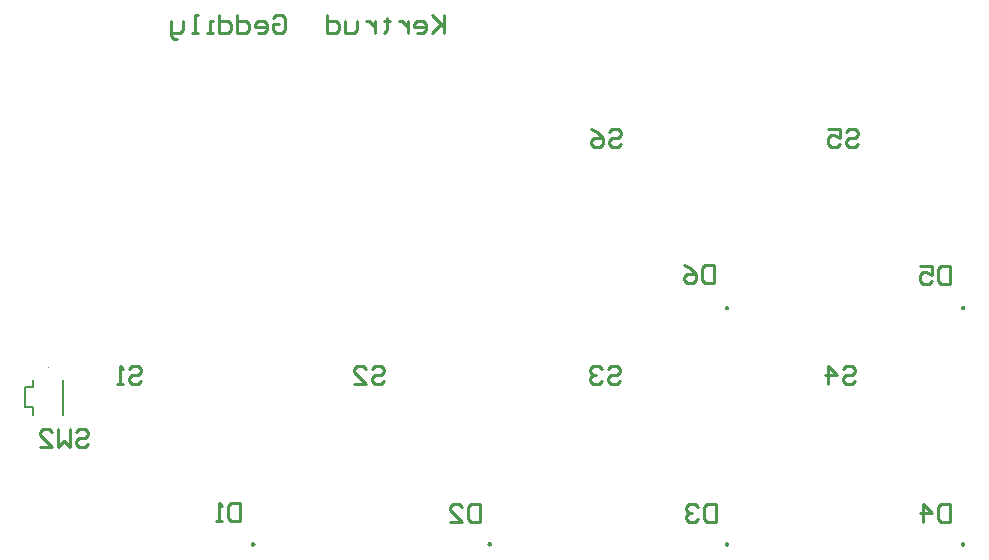
<source format=gbo>
G04*
G04 #@! TF.GenerationSoftware,Altium Limited,CircuitMaker,2.2.1 (2.2.1.6)*
G04*
G04 Layer_Color=13813960*
%FSTAX43Y43*%
%MOMM*%
G71*
G04*
G04 #@! TF.SameCoordinates,C8B466FA-36BC-4938-8632-075A3B1F3AF2*
G04*
G04*
G04 #@! TF.FilePolarity,Positive*
G04*
G01*
G75*
%ADD10C,0.254*%
%ADD14C,0.100*%
%ADD15C,0.200*%
G36*
X0084226Y0032442D02*
X0084243Y003244D01*
X0084259Y0032436D01*
X0084274Y0032431D01*
X008428Y0032429D01*
X0084286Y0032426D01*
X008429Y0032424D01*
X0084295Y0032423D01*
X0084298Y0032421D01*
X0084301Y003242D01*
X0084302Y0032419D01*
X0084303D01*
X0084319Y0032408D01*
X0084333Y0032397D01*
X0084346Y0032386D01*
X0084356Y0032374D01*
X0084364Y0032364D01*
X0084369Y0032356D01*
X0084372Y0032352D01*
X0084373Y003235D01*
X0084374Y0032349D01*
Y0032348D01*
X0084383Y0032331D01*
X0084389Y0032313D01*
X0084394Y0032297D01*
X0084397Y0032283D01*
X0084398Y0032276D01*
X0084399Y003227D01*
X0084399Y0032265D01*
Y003226D01*
X00844Y0032257D01*
Y0032254D01*
Y0032252D01*
Y0032252D01*
X0084399Y0032237D01*
X0084397Y0032223D01*
X0084394Y0032209D01*
X0084391Y0032197D01*
X0084387Y0032185D01*
X0084382Y0032173D01*
X0084377Y0032164D01*
X0084372Y0032154D01*
X0084367Y0032146D01*
X0084362Y0032138D01*
X0084357Y0032131D01*
X0084353Y0032126D01*
X0084349Y0032121D01*
X0084346Y0032119D01*
X0084345Y0032116D01*
X0084344Y0032116D01*
X0084333Y0032106D01*
X0084322Y0032097D01*
X0084311Y0032089D01*
X0084299Y0032083D01*
X0084288Y0032078D01*
X0084276Y0032074D01*
X0084265Y0032069D01*
X0084255Y0032067D01*
X0084245Y0032064D01*
X0084236Y0032062D01*
X0084228Y0032062D01*
X0084221Y003206D01*
X0084216D01*
X0084211Y003206D01*
X0084208D01*
X0084193Y003206D01*
X0084179Y0032062D01*
X0084166Y0032065D01*
X0084153Y0032069D01*
X0084141Y0032073D01*
X008413Y0032078D01*
X0084119Y0032083D01*
X008411Y0032088D01*
X0084102Y0032093D01*
X0084094Y0032098D01*
X0084087Y0032103D01*
X0084082Y0032107D01*
X0084078Y0032111D01*
X0084075Y0032114D01*
X0084073Y0032115D01*
X0084072Y0032116D01*
X0084062Y0032127D01*
X0084053Y0032138D01*
X0084046Y0032149D01*
X0084039Y0032161D01*
X0084034Y0032172D01*
X008403Y0032184D01*
X0084026Y0032194D01*
X0084023Y0032205D01*
X0084021Y0032214D01*
X0084019Y0032223D01*
X0084017Y0032232D01*
X0084017Y0032239D01*
Y0032244D01*
X0084016Y0032248D01*
Y0032251D01*
Y0032252D01*
X0084017Y003227D01*
X008402Y0032288D01*
X0084024Y0032304D01*
X0084028Y0032318D01*
X0084031Y0032325D01*
X0084033Y003233D01*
X0084035Y0032336D01*
X0084037Y003234D01*
X0084039Y0032343D01*
X008404Y0032345D01*
X0084041Y0032347D01*
Y0032347D01*
X0084052Y0032364D01*
X0084064Y0032378D01*
X0084075Y003239D01*
X0084087Y0032401D01*
X0084098Y0032408D01*
X0084102Y0032412D01*
X0084106Y0032414D01*
X0084109Y0032416D01*
X0084112Y0032417D01*
X0084113Y0032419D01*
X0084114D01*
X0084131Y0032427D01*
X0084148Y0032433D01*
X0084164Y0032438D01*
X0084178Y0032441D01*
X0084191Y0032442D01*
X0084195Y0032443D01*
X00842D01*
X0084203Y0032444D01*
X0084208D01*
X0084226Y0032442D01*
D02*
G37*
G36*
X0064126D02*
X0064143Y003244D01*
X0064159Y0032436D01*
X0064174Y0032431D01*
X006418Y0032429D01*
X0064186Y0032426D01*
X006419Y0032424D01*
X0064195Y0032423D01*
X0064198Y0032421D01*
X0064201Y003242D01*
X0064202Y0032419D01*
X0064203D01*
X0064219Y0032408D01*
X0064233Y0032397D01*
X0064246Y0032386D01*
X0064256Y0032374D01*
X0064264Y0032364D01*
X0064269Y0032356D01*
X0064272Y0032352D01*
X0064273Y003235D01*
X0064274Y0032349D01*
Y0032348D01*
X0064283Y0032331D01*
X0064289Y0032313D01*
X0064294Y0032297D01*
X0064297Y0032283D01*
X0064298Y0032276D01*
X0064299Y003227D01*
X0064299Y0032265D01*
Y003226D01*
X00643Y0032257D01*
Y0032254D01*
Y0032252D01*
Y0032252D01*
X0064299Y0032237D01*
X0064297Y0032223D01*
X0064294Y0032209D01*
X0064291Y0032197D01*
X0064287Y0032185D01*
X0064282Y0032173D01*
X0064277Y0032164D01*
X0064272Y0032154D01*
X0064267Y0032146D01*
X0064262Y0032138D01*
X0064257Y0032131D01*
X0064253Y0032126D01*
X0064249Y0032121D01*
X0064246Y0032119D01*
X0064245Y0032116D01*
X0064244Y0032116D01*
X0064233Y0032106D01*
X0064222Y0032097D01*
X0064211Y0032089D01*
X0064199Y0032083D01*
X0064188Y0032078D01*
X0064176Y0032074D01*
X0064165Y0032069D01*
X0064155Y0032067D01*
X0064145Y0032064D01*
X0064136Y0032062D01*
X0064128Y0032062D01*
X0064121Y003206D01*
X0064116D01*
X0064111Y003206D01*
X0064108D01*
X0064093Y003206D01*
X0064079Y0032062D01*
X0064066Y0032065D01*
X0064053Y0032069D01*
X0064041Y0032073D01*
X006403Y0032078D01*
X0064019Y0032083D01*
X006401Y0032088D01*
X0064002Y0032093D01*
X0063994Y0032098D01*
X0063987Y0032103D01*
X0063982Y0032107D01*
X0063978Y0032111D01*
X0063975Y0032114D01*
X0063973Y0032115D01*
X0063972Y0032116D01*
X0063962Y0032127D01*
X0063953Y0032138D01*
X0063946Y0032149D01*
X0063939Y0032161D01*
X0063934Y0032172D01*
X006393Y0032184D01*
X0063926Y0032194D01*
X0063923Y0032205D01*
X0063921Y0032214D01*
X0063919Y0032223D01*
X0063917Y0032232D01*
X0063917Y0032239D01*
Y0032244D01*
X0063916Y0032248D01*
Y0032251D01*
Y0032252D01*
X0063917Y003227D01*
X006392Y0032288D01*
X0063924Y0032304D01*
X0063928Y0032318D01*
X0063931Y0032325D01*
X0063933Y003233D01*
X0063935Y0032336D01*
X0063937Y003234D01*
X0063939Y0032343D01*
X006394Y0032345D01*
X0063942Y0032347D01*
Y0032347D01*
X0063952Y0032364D01*
X0063964Y0032378D01*
X0063975Y003239D01*
X0063987Y0032401D01*
X0063998Y0032408D01*
X0064002Y0032412D01*
X0064006Y0032414D01*
X0064009Y0032416D01*
X0064012Y0032417D01*
X0064013Y0032419D01*
X0064014D01*
X0064031Y0032427D01*
X0064048Y0032433D01*
X0064064Y0032438D01*
X0064078Y0032441D01*
X0064091Y0032442D01*
X0064095Y0032443D01*
X00641D01*
X0064103Y0032444D01*
X0064108D01*
X0064126Y0032442D01*
D02*
G37*
G36*
X0044126D02*
X0044143Y003244D01*
X0044159Y0032436D01*
X0044174Y0032431D01*
X004418Y0032429D01*
X0044186Y0032426D01*
X004419Y0032424D01*
X0044195Y0032423D01*
X0044198Y0032421D01*
X0044201Y003242D01*
X0044202Y0032419D01*
X0044203D01*
X0044219Y0032408D01*
X0044233Y0032397D01*
X0044246Y0032386D01*
X0044256Y0032374D01*
X0044264Y0032364D01*
X0044269Y0032356D01*
X0044272Y0032352D01*
X0044273Y003235D01*
X0044274Y0032349D01*
Y0032348D01*
X0044283Y0032331D01*
X0044289Y0032313D01*
X0044294Y0032297D01*
X0044297Y0032283D01*
X0044298Y0032276D01*
X0044299Y003227D01*
X0044299Y0032265D01*
Y003226D01*
X00443Y0032257D01*
Y0032254D01*
Y0032252D01*
Y0032252D01*
X0044299Y0032237D01*
X0044297Y0032223D01*
X0044294Y0032209D01*
X0044291Y0032197D01*
X0044287Y0032185D01*
X0044282Y0032173D01*
X0044277Y0032164D01*
X0044272Y0032154D01*
X0044267Y0032146D01*
X0044262Y0032138D01*
X0044257Y0032131D01*
X0044253Y0032126D01*
X0044249Y0032121D01*
X0044246Y0032119D01*
X0044245Y0032116D01*
X0044244Y0032116D01*
X0044233Y0032106D01*
X0044222Y0032097D01*
X0044211Y0032089D01*
X0044199Y0032083D01*
X0044188Y0032078D01*
X0044176Y0032074D01*
X0044165Y0032069D01*
X0044155Y0032067D01*
X0044145Y0032064D01*
X0044136Y0032062D01*
X0044128Y0032062D01*
X0044121Y003206D01*
X0044116D01*
X0044111Y003206D01*
X0044108D01*
X0044093Y003206D01*
X0044079Y0032062D01*
X0044066Y0032065D01*
X0044053Y0032069D01*
X0044041Y0032073D01*
X004403Y0032078D01*
X0044019Y0032083D01*
X004401Y0032088D01*
X0044002Y0032093D01*
X0043994Y0032098D01*
X0043987Y0032103D01*
X0043982Y0032107D01*
X0043978Y0032111D01*
X0043975Y0032114D01*
X0043973Y0032115D01*
X0043972Y0032116D01*
X0043962Y0032127D01*
X0043953Y0032138D01*
X0043946Y0032149D01*
X0043939Y0032161D01*
X0043934Y0032172D01*
X004393Y0032184D01*
X0043926Y0032194D01*
X0043923Y0032205D01*
X0043921Y0032214D01*
X0043919Y0032223D01*
X0043917Y0032232D01*
X0043917Y0032239D01*
Y0032244D01*
X0043916Y0032248D01*
Y0032251D01*
Y0032252D01*
X0043917Y003227D01*
X004392Y0032288D01*
X0043924Y0032304D01*
X0043928Y0032318D01*
X0043931Y0032325D01*
X0043933Y003233D01*
X0043935Y0032336D01*
X0043937Y003234D01*
X0043939Y0032343D01*
X004394Y0032345D01*
X0043942Y0032347D01*
Y0032347D01*
X0043952Y0032364D01*
X0043964Y0032378D01*
X0043975Y003239D01*
X0043987Y0032401D01*
X0043998Y0032408D01*
X0044002Y0032412D01*
X0044006Y0032414D01*
X0044009Y0032416D01*
X0044012Y0032417D01*
X0044013Y0032419D01*
X0044014D01*
X0044031Y0032427D01*
X0044048Y0032433D01*
X0044064Y0032438D01*
X0044078Y0032441D01*
X0044091Y0032442D01*
X0044095Y0032443D01*
X00441D01*
X0044103Y0032444D01*
X0044108D01*
X0044126Y0032442D01*
D02*
G37*
G36*
X0084226Y0052442D02*
X0084243Y005244D01*
X0084259Y0052436D01*
X0084274Y0052431D01*
X008428Y0052429D01*
X0084286Y0052426D01*
X008429Y0052424D01*
X0084295Y0052423D01*
X0084298Y0052421D01*
X0084301Y005242D01*
X0084302Y0052419D01*
X0084303D01*
X0084319Y0052408D01*
X0084333Y0052397D01*
X0084346Y0052386D01*
X0084356Y0052374D01*
X0084364Y0052364D01*
X0084369Y0052356D01*
X0084372Y0052352D01*
X0084373Y005235D01*
X0084374Y0052349D01*
Y0052348D01*
X0084383Y0052331D01*
X0084389Y0052313D01*
X0084394Y0052297D01*
X0084397Y0052283D01*
X0084398Y0052276D01*
X0084399Y005227D01*
X0084399Y0052265D01*
Y005226D01*
X00844Y0052257D01*
Y0052254D01*
Y0052252D01*
Y0052252D01*
X0084399Y0052237D01*
X0084397Y0052223D01*
X0084394Y0052209D01*
X0084391Y0052197D01*
X0084387Y0052185D01*
X0084382Y0052173D01*
X0084377Y0052164D01*
X0084372Y0052154D01*
X0084367Y0052146D01*
X0084362Y0052138D01*
X0084357Y0052131D01*
X0084353Y0052126D01*
X0084349Y0052121D01*
X0084346Y0052119D01*
X0084345Y0052116D01*
X0084344Y0052116D01*
X0084333Y0052106D01*
X0084322Y0052097D01*
X0084311Y0052089D01*
X0084299Y0052083D01*
X0084288Y0052078D01*
X0084276Y0052074D01*
X0084265Y0052069D01*
X0084255Y0052067D01*
X0084245Y0052064D01*
X0084236Y0052062D01*
X0084228Y0052062D01*
X0084221Y005206D01*
X0084216D01*
X0084211Y005206D01*
X0084208D01*
X0084193Y005206D01*
X0084179Y0052062D01*
X0084166Y0052065D01*
X0084153Y0052069D01*
X0084141Y0052073D01*
X008413Y0052078D01*
X0084119Y0052083D01*
X008411Y0052088D01*
X0084102Y0052093D01*
X0084094Y0052098D01*
X0084087Y0052103D01*
X0084082Y0052107D01*
X0084078Y0052111D01*
X0084075Y0052114D01*
X0084073Y0052115D01*
X0084072Y0052116D01*
X0084062Y0052127D01*
X0084053Y0052138D01*
X0084046Y0052149D01*
X0084039Y0052161D01*
X0084034Y0052172D01*
X008403Y0052184D01*
X0084026Y0052194D01*
X0084023Y0052205D01*
X0084021Y0052214D01*
X0084019Y0052223D01*
X0084017Y0052232D01*
X0084017Y0052239D01*
Y0052244D01*
X0084016Y0052248D01*
Y0052251D01*
Y0052252D01*
X0084017Y005227D01*
X008402Y0052288D01*
X0084024Y0052304D01*
X0084028Y0052318D01*
X0084031Y0052325D01*
X0084033Y005233D01*
X0084035Y0052336D01*
X0084037Y005234D01*
X0084039Y0052343D01*
X008404Y0052345D01*
X0084041Y0052347D01*
Y0052347D01*
X0084052Y0052364D01*
X0084064Y0052378D01*
X0084075Y005239D01*
X0084087Y0052401D01*
X0084098Y0052408D01*
X0084102Y0052412D01*
X0084106Y0052414D01*
X0084109Y0052416D01*
X0084112Y0052417D01*
X0084113Y0052419D01*
X0084114D01*
X0084131Y0052427D01*
X0084148Y0052433D01*
X0084164Y0052438D01*
X0084178Y0052441D01*
X0084191Y0052442D01*
X0084195Y0052443D01*
X00842D01*
X0084203Y0052444D01*
X0084208D01*
X0084226Y0052442D01*
D02*
G37*
G36*
X0104226D02*
X0104243Y005244D01*
X0104259Y0052436D01*
X0104274Y0052431D01*
X010428Y0052429D01*
X0104286Y0052426D01*
X010429Y0052424D01*
X0104295Y0052423D01*
X0104298Y0052421D01*
X0104301Y005242D01*
X0104302Y0052419D01*
X0104303D01*
X0104319Y0052408D01*
X0104333Y0052397D01*
X0104346Y0052386D01*
X0104356Y0052374D01*
X0104364Y0052364D01*
X0104369Y0052356D01*
X0104372Y0052352D01*
X0104373Y005235D01*
X0104374Y0052349D01*
Y0052348D01*
X0104383Y0052331D01*
X0104389Y0052313D01*
X0104394Y0052297D01*
X0104397Y0052283D01*
X0104398Y0052276D01*
X0104399Y005227D01*
X0104399Y0052265D01*
Y005226D01*
X01044Y0052257D01*
Y0052254D01*
Y0052252D01*
Y0052252D01*
X0104399Y0052237D01*
X0104397Y0052223D01*
X0104394Y0052209D01*
X0104391Y0052197D01*
X0104387Y0052185D01*
X0104382Y0052173D01*
X0104377Y0052164D01*
X0104372Y0052154D01*
X0104367Y0052146D01*
X0104362Y0052138D01*
X0104357Y0052131D01*
X0104353Y0052126D01*
X0104349Y0052121D01*
X0104346Y0052119D01*
X0104345Y0052116D01*
X0104344Y0052116D01*
X0104333Y0052106D01*
X0104322Y0052097D01*
X0104311Y0052089D01*
X0104299Y0052083D01*
X0104288Y0052078D01*
X0104276Y0052074D01*
X0104265Y0052069D01*
X0104255Y0052067D01*
X0104245Y0052064D01*
X0104236Y0052062D01*
X0104228Y0052062D01*
X0104221Y005206D01*
X0104216D01*
X0104211Y005206D01*
X0104208D01*
X0104193Y005206D01*
X0104179Y0052062D01*
X0104166Y0052065D01*
X0104153Y0052069D01*
X0104141Y0052073D01*
X010413Y0052078D01*
X0104119Y0052083D01*
X010411Y0052088D01*
X0104102Y0052093D01*
X0104094Y0052098D01*
X0104087Y0052103D01*
X0104082Y0052107D01*
X0104078Y0052111D01*
X0104075Y0052114D01*
X0104073Y0052115D01*
X0104072Y0052116D01*
X0104062Y0052127D01*
X0104053Y0052138D01*
X0104046Y0052149D01*
X0104039Y0052161D01*
X0104034Y0052172D01*
X010403Y0052184D01*
X0104026Y0052194D01*
X0104023Y0052205D01*
X0104021Y0052214D01*
X0104019Y0052223D01*
X0104017Y0052232D01*
X0104017Y0052239D01*
Y0052244D01*
X0104016Y0052248D01*
Y0052251D01*
Y0052252D01*
X0104017Y005227D01*
X010402Y0052288D01*
X0104024Y0052304D01*
X0104028Y0052318D01*
X0104031Y0052325D01*
X0104033Y005233D01*
X0104035Y0052336D01*
X0104037Y005234D01*
X0104039Y0052343D01*
X010404Y0052345D01*
X0104041Y0052347D01*
Y0052347D01*
X0104052Y0052364D01*
X0104064Y0052378D01*
X0104075Y005239D01*
X0104087Y0052401D01*
X0104098Y0052408D01*
X0104102Y0052412D01*
X0104106Y0052414D01*
X0104109Y0052416D01*
X0104112Y0052417D01*
X0104113Y0052419D01*
X0104114D01*
X0104131Y0052427D01*
X0104148Y0052433D01*
X0104164Y0052438D01*
X0104178Y0052441D01*
X0104191Y0052442D01*
X0104195Y0052443D01*
X01042D01*
X0104203Y0052444D01*
X0104208D01*
X0104226Y0052442D01*
D02*
G37*
G36*
Y0032442D02*
X0104243Y003244D01*
X0104259Y0032436D01*
X0104274Y0032431D01*
X010428Y0032429D01*
X0104286Y0032426D01*
X010429Y0032424D01*
X0104295Y0032423D01*
X0104298Y0032421D01*
X0104301Y003242D01*
X0104302Y0032419D01*
X0104303D01*
X0104319Y0032408D01*
X0104333Y0032397D01*
X0104346Y0032386D01*
X0104356Y0032374D01*
X0104364Y0032364D01*
X0104369Y0032356D01*
X0104372Y0032352D01*
X0104373Y003235D01*
X0104374Y0032349D01*
Y0032348D01*
X0104383Y0032331D01*
X0104389Y0032313D01*
X0104394Y0032297D01*
X0104397Y0032283D01*
X0104398Y0032276D01*
X0104399Y003227D01*
X0104399Y0032265D01*
Y003226D01*
X01044Y0032257D01*
Y0032254D01*
Y0032252D01*
Y0032252D01*
X0104399Y0032237D01*
X0104397Y0032223D01*
X0104394Y0032209D01*
X0104391Y0032197D01*
X0104387Y0032185D01*
X0104382Y0032173D01*
X0104377Y0032164D01*
X0104372Y0032154D01*
X0104367Y0032146D01*
X0104362Y0032138D01*
X0104357Y0032131D01*
X0104353Y0032126D01*
X0104349Y0032121D01*
X0104346Y0032119D01*
X0104345Y0032116D01*
X0104344Y0032116D01*
X0104333Y0032106D01*
X0104322Y0032097D01*
X0104311Y0032089D01*
X0104299Y0032083D01*
X0104288Y0032078D01*
X0104276Y0032074D01*
X0104265Y0032069D01*
X0104255Y0032067D01*
X0104245Y0032064D01*
X0104236Y0032062D01*
X0104228Y0032062D01*
X0104221Y003206D01*
X0104216D01*
X0104211Y003206D01*
X0104208D01*
X0104193Y003206D01*
X0104179Y0032062D01*
X0104166Y0032065D01*
X0104153Y0032069D01*
X0104141Y0032073D01*
X010413Y0032078D01*
X0104119Y0032083D01*
X010411Y0032088D01*
X0104102Y0032093D01*
X0104094Y0032098D01*
X0104087Y0032103D01*
X0104082Y0032107D01*
X0104078Y0032111D01*
X0104075Y0032114D01*
X0104073Y0032115D01*
X0104072Y0032116D01*
X0104062Y0032127D01*
X0104053Y0032138D01*
X0104046Y0032149D01*
X0104039Y0032161D01*
X0104034Y0032172D01*
X010403Y0032184D01*
X0104026Y0032194D01*
X0104023Y0032205D01*
X0104021Y0032214D01*
X0104019Y0032223D01*
X0104017Y0032232D01*
X0104017Y0032239D01*
Y0032244D01*
X0104016Y0032248D01*
Y0032251D01*
Y0032252D01*
X0104017Y003227D01*
X010402Y0032288D01*
X0104024Y0032304D01*
X0104028Y0032318D01*
X0104031Y0032325D01*
X0104033Y003233D01*
X0104035Y0032336D01*
X0104037Y003234D01*
X0104039Y0032343D01*
X010404Y0032345D01*
X0104041Y0032347D01*
Y0032347D01*
X0104052Y0032364D01*
X0104064Y0032378D01*
X0104075Y003239D01*
X0104087Y0032401D01*
X0104098Y0032408D01*
X0104102Y0032412D01*
X0104106Y0032414D01*
X0104109Y0032416D01*
X0104112Y0032417D01*
X0104113Y0032419D01*
X0104114D01*
X0104131Y0032427D01*
X0104148Y0032433D01*
X0104164Y0032438D01*
X0104178Y0032441D01*
X0104191Y0032442D01*
X0104195Y0032443D01*
X01042D01*
X0104203Y0032444D01*
X0104208D01*
X0104226Y0032442D01*
D02*
G37*
D10*
X0060246Y0077085D02*
Y0075562D01*
Y007607D01*
X005923Y0077085D01*
X0059992Y0076324D01*
X005923Y0075562D01*
X0057961D02*
X0058469D01*
X0058722Y0075816D01*
Y0076324D01*
X0058469Y0076578D01*
X0057961D01*
X0057707Y0076324D01*
Y007607D01*
X0058722D01*
X0057199Y0076578D02*
Y0075562D01*
Y007607D01*
X0056945Y0076324D01*
X0056691Y0076578D01*
X0056437D01*
X0055422Y0076831D02*
Y0076578D01*
X0055675D01*
X0055168D01*
X0055422D01*
Y0075816D01*
X0055168Y0075562D01*
X0054406Y0076578D02*
Y0075562D01*
Y007607D01*
X0054152Y0076324D01*
X0053898Y0076578D01*
X0053644D01*
X0052882D02*
Y0075816D01*
X0052628Y0075562D01*
X0051867D01*
Y0076578D01*
X0050343Y0077085D02*
Y0075562D01*
X0051105D01*
X0051359Y0075816D01*
Y0076324D01*
X0051105Y0076578D01*
X0050343D01*
X0045773Y0076831D02*
X0046027Y0077085D01*
X0046534D01*
X0046788Y0076831D01*
Y0075816D01*
X0046534Y0075562D01*
X0046027D01*
X0045773Y0075816D01*
Y0076324D01*
X0046281D01*
X0044503Y0075562D02*
X0045011D01*
X0045265Y0075816D01*
Y0076324D01*
X0045011Y0076578D01*
X0044503D01*
X0044249Y0076324D01*
Y007607D01*
X0045265D01*
X0042726Y0077085D02*
Y0075562D01*
X0043487D01*
X0043741Y0075816D01*
Y0076324D01*
X0043487Y0076578D01*
X0042726D01*
X0041202Y0077085D02*
Y0075562D01*
X0041964D01*
X0042218Y0075816D01*
Y0076324D01*
X0041964Y0076578D01*
X0041202D01*
X0040694Y0075562D02*
X0040186D01*
X004044D01*
Y0076578D01*
X0040694D01*
X0039425Y0075562D02*
X0038917D01*
X0039171D01*
Y0077085D01*
X0039425D01*
X0038155Y0076578D02*
Y0075816D01*
X0037901Y0075562D01*
X0037139D01*
Y0075308D01*
X0037393Y0075054D01*
X0037647D01*
X0037139Y0075562D02*
Y0076578D01*
X0054154Y0047108D02*
X0054408Y0047362D01*
X0054916D01*
X005517Y0047108D01*
Y0046854D01*
X0054916Y00466D01*
X0054408D01*
X0054154Y0046346D01*
Y0046092D01*
X0054408Y0045838D01*
X0054916D01*
X005517Y0046092D01*
X005263Y0045838D02*
X0053646D01*
X005263Y0046854D01*
Y0047108D01*
X0052884Y0047362D01*
X0053392D01*
X0053646Y0047108D01*
X0029116Y0041808D02*
X002937Y0042062D01*
X0029877D01*
X0030131Y0041808D01*
Y0041554D01*
X0029877Y00413D01*
X002937D01*
X0029116Y0041046D01*
Y0040792D01*
X002937Y0040538D01*
X0029877D01*
X0030131Y0040792D01*
X0028608Y0042062D02*
Y0040538D01*
X00281Y0041046D01*
X0027592Y0040538D01*
Y0042062D01*
X0026069Y0040538D02*
X0027084D01*
X0026069Y0041554D01*
Y0041808D01*
X0026323Y0042062D01*
X002683D01*
X0027084Y0041808D01*
X0074254Y0067208D02*
X0074508Y0067462D01*
X0075016D01*
X007527Y0067208D01*
Y0066954D01*
X0075016Y00667D01*
X0074508D01*
X0074254Y0066446D01*
Y0066192D01*
X0074508Y0065938D01*
X0075016D01*
X007527Y0066192D01*
X007273Y0067462D02*
X0073238Y0067208D01*
X0073746Y00667D01*
Y0066192D01*
X0073492Y0065938D01*
X0072984D01*
X007273Y0066192D01*
Y0066446D01*
X0072984Y00667D01*
X0073746D01*
X0094254Y0067208D02*
X0094508Y0067462D01*
X0095016D01*
X009527Y0067208D01*
Y0066954D01*
X0095016Y00667D01*
X0094508D01*
X0094254Y0066446D01*
Y0066192D01*
X0094508Y0065938D01*
X0095016D01*
X009527Y0066192D01*
X009273Y0067462D02*
X0093746D01*
Y00667D01*
X0093238Y0066954D01*
X0092984D01*
X009273Y00667D01*
Y0066192D01*
X0092984Y0065938D01*
X0093492D01*
X0093746Y0066192D01*
X0094054Y0047108D02*
X0094308Y0047362D01*
X0094816D01*
X009507Y0047108D01*
Y0046854D01*
X0094816Y00466D01*
X0094308D01*
X0094054Y0046346D01*
Y0046092D01*
X0094308Y0045838D01*
X0094816D01*
X009507Y0046092D01*
X0092784Y0045838D02*
Y0047362D01*
X0093546Y00466D01*
X009253D01*
X0074154Y0047108D02*
X0074408Y0047362D01*
X0074916D01*
X007517Y0047108D01*
Y0046854D01*
X0074916Y00466D01*
X0074408D01*
X0074154Y0046346D01*
Y0046092D01*
X0074408Y0045838D01*
X0074916D01*
X007517Y0046092D01*
X0073646Y0047108D02*
X0073392Y0047362D01*
X0072884D01*
X007263Y0047108D01*
Y0046854D01*
X0072884Y00466D01*
X0073138D01*
X0072884D01*
X007263Y0046346D01*
Y0046092D01*
X0072884Y0045838D01*
X0073392D01*
X0073646Y0046092D01*
X00336Y0047108D02*
X0033854Y0047362D01*
X0034362D01*
X0034616Y0047108D01*
Y0046854D01*
X0034362Y00466D01*
X0033854D01*
X00336Y0046346D01*
Y0046092D01*
X0033854Y0045838D01*
X0034362D01*
X0034616Y0046092D01*
X0033092Y0045838D02*
X0032584D01*
X0032838D01*
Y0047362D01*
X0033092Y0047108D01*
X0083083Y0055905D02*
Y0054381D01*
X0082322D01*
X0082068Y0054635D01*
Y0055651D01*
X0082322Y0055905D01*
X0083083D01*
X0080544D02*
X0081052Y0055651D01*
X008156Y0055143D01*
Y0054635D01*
X0081306Y0054381D01*
X0080798D01*
X0080544Y0054635D01*
Y0054889D01*
X0080798Y0055143D01*
X008156D01*
X0103073Y0055803D02*
Y005428D01*
X0102311D01*
X0102058Y0054534D01*
Y0055549D01*
X0102311Y0055803D01*
X0103073D01*
X0100534D02*
X010155D01*
Y0055042D01*
X0101042Y0055295D01*
X0100788D01*
X0100534Y0055042D01*
Y0054534D01*
X0100788Y005428D01*
X0101296D01*
X010155Y0054534D01*
X0103073Y0035712D02*
Y0034188D01*
X0102311D01*
X0102058Y0034442D01*
Y0035458D01*
X0102311Y0035712D01*
X0103073D01*
X0100788Y0034188D02*
Y0035712D01*
X010155Y003495D01*
X0100534D01*
X008327Y0035662D02*
Y0034138D01*
X0082508D01*
X0082254Y0034392D01*
Y0035408D01*
X0082508Y0035662D01*
X008327D01*
X0081746Y0035408D02*
X0081492Y0035662D01*
X0080984D01*
X008073Y0035408D01*
Y0035154D01*
X0080984Y00349D01*
X0081238D01*
X0080984D01*
X008073Y0034646D01*
Y0034392D01*
X0080984Y0034138D01*
X0081492D01*
X0081746Y0034392D01*
X006327Y0035662D02*
Y0034138D01*
X0062508D01*
X0062254Y0034392D01*
Y0035408D01*
X0062508Y0035662D01*
X006327D01*
X006073Y0034138D02*
X0061746D01*
X006073Y0035154D01*
Y0035408D01*
X0060984Y0035662D01*
X0061492D01*
X0061746Y0035408D01*
X0043016Y0035762D02*
Y0034238D01*
X0042254D01*
X0042Y0034492D01*
Y0035508D01*
X0042254Y0035762D01*
X0043016D01*
X0041492Y0034238D02*
X0040984D01*
X0041238D01*
Y0035762D01*
X0041492Y0035508D01*
D14*
X002675Y00472D02*
G03*
X002675Y00472I-000005J0D01*
G01*
D15*
X002545Y00432D02*
Y004385D01*
X002475D02*
X002545D01*
Y004555D02*
Y00462D01*
X002475Y004555D02*
X002545D01*
X002795Y00432D02*
Y00462D01*
X002475Y004385D02*
Y004555D01*
M02*

</source>
